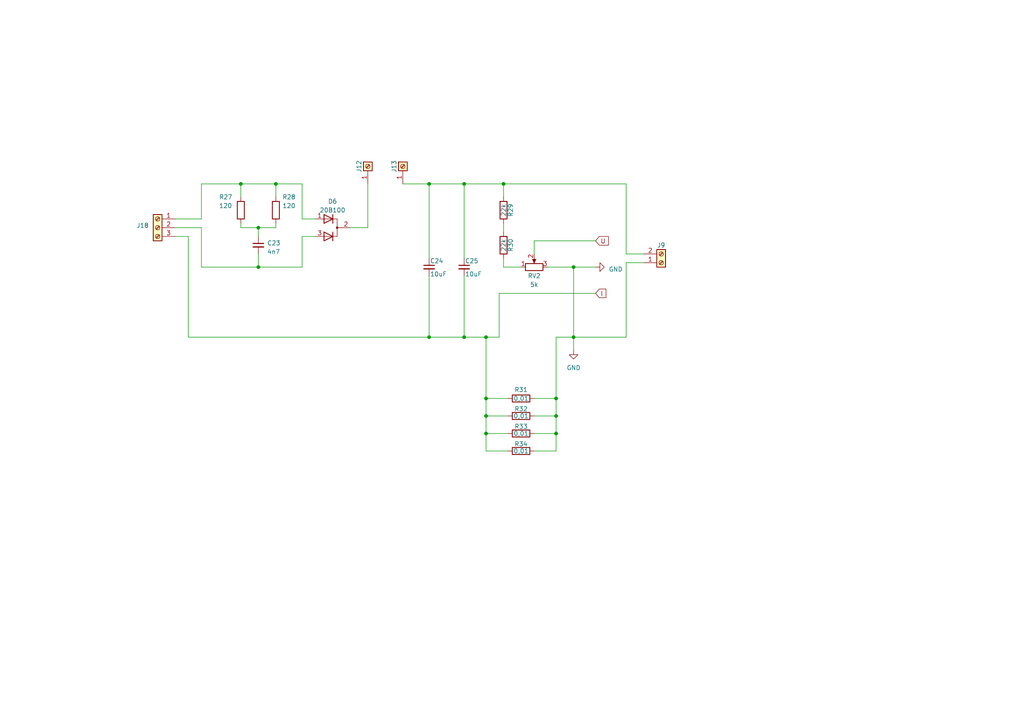
<source format=kicad_sch>
(kicad_sch (version 20230121) (generator eeschema)
  (paper "A4")
  (lib_symbols
    (symbol "Connector:Screw_Terminal_01x01" (pin_names (offset 1.016) hide)
      (property "Reference" "J" (at 0 2.54 0))
      (property "Value" "Screw_Terminal_01x01" (at 0 -2.54 0))
      (symbol "Screw_Terminal_01x01_1_1"
        (rectangle (start -1.27 1.27) (end 1.27 -1.27) (stroke (width 0.254)) (fill (type background)))
        (polyline (pts (xy -0.5334 0.3302) (xy 0.3302 -0.508)) (stroke (width 0.1524)))
        (polyline (pts (xy -0.3556 0.508) (xy 0.508 -0.3302)) (stroke (width 0.1524)))
        (circle (center 0 0) (radius 0.635) (stroke (width 0.1524)))
        (pin passive line (at -5.08 0 0) (length 3.81) (name "Pin_1") (number "1"))
      )
    )
    (symbol "Connector:Screw_Terminal_01x02" (pin_names (offset 1.016) hide)
      (property "Reference" "J" (at 0 2.54 0))
      (property "Value" "Screw_Terminal_01x02" (at 0 -5.08 0))
      (symbol "Screw_Terminal_01x02_1_1"
        (rectangle (start -1.27 1.27) (end 1.27 -3.81) (stroke (width 0.254)) (fill (type background)))
        (circle (center 0 -2.54) (radius 0.635) (stroke (width 0.1524)))
        (polyline (pts (xy -0.5334 -2.2098) (xy 0.3302 -3.048)) (stroke (width 0.1524)))
        (polyline (pts (xy -0.5334 0.3302) (xy 0.3302 -0.508)) (stroke (width 0.1524)))
        (polyline (pts (xy -0.3556 -2.032) (xy 0.508 -2.8702)) (stroke (width 0.1524)))
        (polyline (pts (xy -0.3556 0.508) (xy 0.508 -0.3302)) (stroke (width 0.1524)))
        (circle (center 0 0) (radius 0.635) (stroke (width 0.1524)))
        (pin passive line (at -5.08 0 0) (length 3.81) (name "Pin_1") (number "1"))
        (pin passive line (at -5.08 -2.54 0) (length 3.81) (name "Pin_2") (number "2"))
      )
    )
    (symbol "Connector:Screw_Terminal_01x03" (pin_names (offset 1.016) hide)
      (property "Reference" "J" (at 0 5.08 0))
      (property "Value" "Screw_Terminal_01x03" (at 0 -5.08 0))
      (symbol "Screw_Terminal_01x03_1_1"
        (rectangle (start -1.27 3.81) (end 1.27 -3.81) (stroke (width 0.254)) (fill (type background)))
        (circle (center 0 -2.54) (radius 0.635) (stroke (width 0.1524)))
        (polyline (pts (xy -0.5334 -2.2098) (xy 0.3302 -3.048)) (stroke (width 0.1524)))
        (polyline (pts (xy -0.5334 0.3302) (xy 0.3302 -0.508)) (stroke (width 0.1524)))
        (polyline (pts (xy -0.5334 2.8702) (xy 0.3302 2.032)) (stroke (width 0.1524)))
        (polyline (pts (xy -0.3556 -2.032) (xy 0.508 -2.8702)) (stroke (width 0.1524)))
        (polyline (pts (xy -0.3556 0.508) (xy 0.508 -0.3302)) (stroke (width 0.1524)))
        (polyline (pts (xy -0.3556 3.048) (xy 0.508 2.2098)) (stroke (width 0.1524)))
        (circle (center 0 0) (radius 0.635) (stroke (width 0.1524)))
        (circle (center 0 2.54) (radius 0.635) (stroke (width 0.1524)))
        (pin passive line (at -5.08 2.54 0) (length 3.81) (name "Pin_1") (number "1"))
        (pin passive line (at -5.08 0 0) (length 3.81) (name "Pin_2") (number "2"))
        (pin passive line (at -5.08 -2.54 0) (length 3.81) (name "Pin_3") (number "3"))
      )
    )
    (symbol "Device:C_Small" (pin_numbers hide) (pin_names (offset 0.254) hide)
      (property "Reference" "C" (at 0.254 1.778 0))
      (property "Value" "C_Small" (at 0.254 -2.032 0))
      (symbol "C_Small_0_1"
        (polyline (pts (xy -1.524 -0.508) (xy 1.524 -0.508)) (stroke (width 0.3302)))
        (polyline (pts (xy -1.524 0.508) (xy 1.524 0.508)) (stroke (width 0.3048)))
      )
      (symbol "C_Small_1_1"
        (pin passive line (at 0 2.54 270) (length 2.032) (name "~") (number "1"))
        (pin passive line (at 0 -2.54 90) (length 2.032) (name "~") (number "2"))
      )
    )
    (symbol "Device:D_Dual_CommonCathode_AKA_Parallel" (pin_names (offset 0.762) hide)
      (property "Reference" "D" (at 0 5.08 0))
      (property "Value" "D_Dual_CommonCathode_AKA_Parallel" (at 0 -5.08 0))
      (symbol "D_Dual_CommonCathode_AKA_Parallel_0_0"
        (polyline (pts (xy 0 -1.27) (xy 0 -3.81)) (stroke (width 0.254)))
        (polyline (pts (xy 0 3.81) (xy 0 1.27)) (stroke (width 0.254)))
      )
      (symbol "D_Dual_CommonCathode_AKA_Parallel_0_1"
        (polyline (pts (xy 1.27 0) (xy 2.54 0)))
        (polyline (pts (xy -2.54 -2.54) (xy 1.27 -2.54) (xy 1.27 2.54) (xy -2.54 2.54)))
        (polyline (pts (xy -2.54 -1.27) (xy 0 -2.54) (xy -2.54 -3.81) (xy -2.54 -1.27) (xy -2.54 -1.27) (xy -2.54 -1.27)) (stroke (width 0.254)))
        (polyline (pts (xy -2.54 3.81) (xy 0 2.54) (xy -2.54 1.27) (xy -2.54 3.81) (xy -2.54 3.81) (xy -2.54 3.81)) (stroke (width 0.254)))
        (circle (center 1.27 0) (radius 0.254) (fill (type outline)))
        (pin passive line (at -5.08 2.54 0) (length 2.54) (name "K") (number "1"))
        (pin passive line (at 5.08 0 180) (length 2.54) (name "A") (number "2"))
        (pin passive line (at -5.08 -2.54 0) (length 2.54) (name "K") (number "3"))
      )
    )
    (symbol "Device:R" (pin_numbers hide) (pin_names (offset 0))
      (property "Reference" "R" (at 2.032 0 90))
      (property "Value" "R" (at 0 0 90))
      (symbol "R_0_1"
        (rectangle (start -1.016 -2.54) (end 1.016 2.54) (stroke (width 0.254)))
      )
      (symbol "R_1_1"
        (pin passive line (at 0 3.81 270) (length 1.27) (name "~") (number "1"))
        (pin passive line (at 0 -3.81 90) (length 1.27) (name "~") (number "2"))
      )
    )
    (symbol "Device:R_Potentiometer" (pin_names (offset 1.016) hide)
      (property "Reference" "RV" (at -4.445 0 90))
      (property "Value" "R_Potentiometer" (at -2.54 0 90))
      (symbol "R_Potentiometer_0_1"
        (polyline (pts (xy 2.54 0) (xy 1.524 0)))
        (polyline (pts (xy 1.143 0) (xy 2.286 0.508) (xy 2.286 -0.508) (xy 1.143 0)) (fill (type outline)))
        (rectangle (start 1.016 2.54) (end -1.016 -2.54) (stroke (width 0.254)))
      )
      (symbol "R_Potentiometer_1_1"
        (pin passive line (at 0 3.81 270) (length 1.27) (name "1") (number "1"))
        (pin passive line (at 3.81 0 180) (length 1.27) (name "2") (number "2"))
        (pin passive line (at 0 -3.81 90) (length 1.27) (name "3") (number "3"))
      )
    )
    (symbol "power:GND" (power) (pin_names (offset 0))
      (property "Value" "GND" (at 0 -3.81 0))
      (symbol "GND_0_1"
        (polyline (pts (xy 0 0) (xy 0 -1.27) (xy 1.27 -1.27) (xy 0 -2.54) (xy -1.27 -1.27) (xy 0 -1.27)))
      )
      (symbol "GND_1_1"
        (pin power_in line (at 0 0 270) (length 0) hide (name "GND") (number "1"))
      )
    )
  )
  (junction (at 161.29 120.65))
  (junction (at 140.97 125.73))
  (junction (at 146.05 53.34))
  (junction (at 161.29 115.57))
  (junction (at 134.62 97.79))
  (junction (at 161.29 125.73))
  (junction (at 124.46 97.79))
  (junction (at 134.62 53.34))
  (junction (at 166.37 77.47))
  (junction (at 74.93 77.47))
  (junction (at 140.97 97.79))
  (junction (at 80.01 53.34))
  (junction (at 166.37 97.79))
  (junction (at 69.85 53.34))
  (junction (at 74.93 66.04))
  (junction (at 140.97 120.65))
  (junction (at 140.97 115.57))
  (junction (at 124.46 53.34))
  (wire (pts (xy 154.94 130.81) (xy 161.29 130.81)))
  (wire (pts (xy 140.97 130.81) (xy 147.32 130.81)))
  (wire (pts (xy 58.42 77.47) (xy 58.42 66.04)))
  (wire (pts (xy 161.29 97.79) (xy 166.37 97.79)))
  (wire (pts (xy 144.78 85.09) (xy 172.72 85.09)))
  (wire (pts (xy 161.29 130.81) (xy 161.29 125.73)))
  (wire (pts (xy 134.62 53.34) (xy 134.62 74.93)))
  (wire (pts (xy 166.37 77.47) (xy 172.72 77.47)))
  (wire (pts (xy 80.01 53.34) (xy 87.63 53.34)))
  (wire (pts (xy 146.05 64.77) (xy 146.05 67.31)))
  (wire (pts (xy 140.97 125.73) (xy 140.97 130.81)))
  (wire (pts (xy 54.61 68.58) (xy 50.8 68.58)))
  (wire (pts (xy 87.63 63.5) (xy 91.44 63.5)))
  (wire (pts (xy 74.93 77.47) (xy 74.93 73.66)))
  (wire (pts (xy 80.01 66.04) (xy 80.01 64.77)))
  (wire (pts (xy 181.61 73.66) (xy 186.69 73.66)))
  (wire (pts (xy 134.62 53.34) (xy 146.05 53.34)))
  (wire (pts (xy 134.62 97.79) (xy 140.97 97.79)))
  (wire (pts (xy 124.46 53.34) (xy 134.62 53.34)))
  (wire (pts (xy 69.85 66.04) (xy 74.93 66.04)))
  (wire (pts (xy 74.93 77.47) (xy 87.63 77.47)))
  (wire (pts (xy 124.46 53.34) (xy 124.46 74.93)))
  (wire (pts (xy 69.85 53.34) (xy 80.01 53.34)))
  (wire (pts (xy 144.78 97.79) (xy 144.78 85.09)))
  (wire (pts (xy 140.97 120.65) (xy 140.97 125.73)))
  (wire (pts (xy 140.97 97.79) (xy 140.97 115.57)))
  (wire (pts (xy 146.05 53.34) (xy 146.05 57.15)))
  (wire (pts (xy 74.93 66.04) (xy 80.01 66.04)))
  (wire (pts (xy 161.29 125.73) (xy 161.29 120.65)))
  (wire (pts (xy 140.97 115.57) (xy 140.97 120.65)))
  (wire (pts (xy 58.42 66.04) (xy 50.8 66.04)))
  (wire (pts (xy 116.84 53.34) (xy 124.46 53.34)))
  (wire (pts (xy 124.46 97.79) (xy 134.62 97.79)))
  (wire (pts (xy 140.97 120.65) (xy 147.32 120.65)))
  (wire (pts (xy 69.85 64.77) (xy 69.85 66.04)))
  (wire (pts (xy 158.75 77.47) (xy 166.37 77.47)))
  (wire (pts (xy 146.05 74.93) (xy 146.05 77.47)))
  (wire (pts (xy 58.42 63.5) (xy 50.8 63.5)))
  (wire (pts (xy 154.94 115.57) (xy 161.29 115.57)))
  (wire (pts (xy 181.61 53.34) (xy 181.61 73.66)))
  (wire (pts (xy 80.01 53.34) (xy 80.01 57.15)))
  (wire (pts (xy 166.37 97.79) (xy 181.61 97.79)))
  (wire (pts (xy 166.37 97.79) (xy 166.37 101.6)))
  (wire (pts (xy 140.97 115.57) (xy 147.32 115.57)))
  (wire (pts (xy 134.62 97.79) (xy 134.62 80.01)))
  (wire (pts (xy 87.63 77.47) (xy 87.63 68.58)))
  (wire (pts (xy 87.63 68.58) (xy 91.44 68.58)))
  (wire (pts (xy 54.61 97.79) (xy 54.61 68.58)))
  (wire (pts (xy 181.61 76.2) (xy 186.69 76.2)))
  (wire (pts (xy 58.42 77.47) (xy 74.93 77.47)))
  (wire (pts (xy 166.37 77.47) (xy 166.37 97.79)))
  (wire (pts (xy 146.05 77.47) (xy 151.13 77.47)))
  (wire (pts (xy 181.61 97.79) (xy 181.61 76.2)))
  (wire (pts (xy 54.61 97.79) (xy 124.46 97.79)))
  (wire (pts (xy 140.97 125.73) (xy 147.32 125.73)))
  (wire (pts (xy 154.94 125.73) (xy 161.29 125.73)))
  (wire (pts (xy 69.85 53.34) (xy 69.85 57.15)))
  (wire (pts (xy 106.68 66.04) (xy 106.68 53.34)))
  (wire (pts (xy 58.42 53.34) (xy 58.42 63.5)))
  (wire (pts (xy 87.63 53.34) (xy 87.63 63.5)))
  (wire (pts (xy 140.97 97.79) (xy 144.78 97.79)))
  (wire (pts (xy 161.29 120.65) (xy 161.29 115.57)))
  (wire (pts (xy 58.42 53.34) (xy 69.85 53.34)))
  (wire (pts (xy 74.93 66.04) (xy 74.93 68.58)))
  (wire (pts (xy 154.94 69.85) (xy 172.72 69.85)))
  (wire (pts (xy 101.6 66.04) (xy 106.68 66.04)))
  (wire (pts (xy 161.29 115.57) (xy 161.29 97.79)))
  (wire (pts (xy 154.94 73.66) (xy 154.94 69.85)))
  (wire (pts (xy 146.05 53.34) (xy 181.61 53.34)))
  (wire (pts (xy 154.94 120.65) (xy 161.29 120.65)))
  (wire (pts (xy 124.46 97.79) (xy 124.46 80.01)))
  (global_label "U" (shape input) (at 172.72 69.85 0) (property "Intersheetrefs" "${INTERSHEET_REFS}" (effects hide)))
  (global_label "I" (shape input) (at 172.72 85.09 0) (property "Intersheetrefs" "${INTERSHEET_REFS}" (effects hide)))
  (symbol (lib_id "Device:R") (at 69.85 60.96 0) (unit 1)
    (property "Reference" "R27" (at 63.5 57.15 0) (effects (justify left)))
    (property "Value" "120" (at 63.5 59.69 0) (effects (justify left)))
    (property "Footprint" "Resistor_THT:R_Axial_DIN0516_L15.5mm_D5.0mm_P20.32mm_Horizontal" (effects hide))
    (property "MFR.Part" "RSS3W120RJT76" (effects hide))
    (property "Description" "120Ω 3W ±5% - Through Hole Resistors ROHS" (effects hide))
    (property "LCSC" "C5200479" (effects hide))
    (property "Mounting" "Yes" (effects hide))
  )
  (symbol (lib_id "Connector:Screw_Terminal_01x02") (at 191.77 76.2 0) (mirror x) (unit 1)
    (property "Reference" "J9" (at 191.77 71.12 0))
    (property "Value" "Screw_Terminal_01x02" (effects hide))
    (property "Footprint" "Z_connectors:Klema2" (effects hide))
    (property "Mounting" "No" (effects hide))
  )
  (symbol (lib_id "Device:R") (at 80.01 60.96 0) (unit 1)
    (property "Reference" "R28" (at 83.82 57.15 0))
    (property "Value" "120" (at 83.82 59.69 0))
    (property "Footprint" "Resistor_THT:R_Axial_DIN0516_L15.5mm_D5.0mm_P20.32mm_Horizontal" (effects hide))
    (property "MFR.Part" "RSS3W120RJT76" (effects hide))
    (property "Description" "120Ω 3W ±5% - Through Hole Resistors ROHS" (effects hide))
    (property "LCSC" "C5200479" (effects hide))
    (property "Mounting" "Yes" (effects hide))
  )
  (symbol (lib_id "Device:C_Small") (at 134.62 77.47 0) (unit 1)
    (property "Reference" "C25" (at 134.874 75.692 0) (effects (justify left)))
    (property "Value" "10uF" (at 134.874 79.502 0) (effects (justify left)))
    (property "Footprint" "Capacitor_THT:C_Rect_L31.5mm_W15.0mm_P27.50mm_MKS4" (effects hide))
    (property "MFR.Part" "KP106J2E2701" (effects hide))
    (property "Description" "10uF ±5% 250V Plugin,P=27.5mm Polypropylene Film Capacitors (CBB) ROHS" (effects hide))
    (property "LCSC" "C5116053" (effects hide))
    (property "Mounting" "Yes" (effects hide))
  )
  (symbol (lib_id "Device:R_Potentiometer") (at 154.94 77.47 90) (unit 1)
    (property "Reference" "RV2" (at 154.94 80.01 90))
    (property "Value" "5k" (at 154.94 82.55 90))
    (property "Footprint" "Potentiometer_THT:Potentiometer_Bourns_3296W_Vertical" (effects hide))
    (property "MFR.Part" "3296W-1-502" (effects hide))
    (property "Description" "±10% 5kΩ Plugin Variable Resistors/Potentiometers ROHS" (effects hide))
    (property "LCSC" "C118907" (effects hide))
    (property "Mounting" "Yes" (effects hide))
  )
  (symbol (lib_id "Device:C_Small") (at 124.46 77.47 0) (unit 1)
    (property "Reference" "C24" (at 124.714 75.692 0) (effects (justify left)))
    (property "Value" "10uF" (at 124.714 79.502 0) (effects (justify left)))
    (property "Footprint" "Capacitor_THT:C_Rect_L31.5mm_W15.0mm_P27.50mm_MKS4" (effects hide))
    (property "MFR.Part" "KP106J2E2701" (effects hide))
    (property "Description" "10uF ±5% 250V Plugin,P=27.5mm Polypropylene Film Capacitors (CBB) ROHS" (effects hide))
    (property "LCSC" "C5116053" (effects hide))
    (property "Mounting" "Yes" (effects hide))
  )
  (symbol (lib_id "Device:R") (at 151.13 120.65 90) (unit 1)
    (property "Reference" "R32" (at 151.13 118.618 90))
    (property "Value" "0,01" (at 151.13 120.65 90))
    (property "Footprint" "Resistor_SMD:R_2816_7142Metric" (effects hide))
    (property "MFR.Part" "WSL2816R0100FEH" (effects hide))
    (property "Description" "2W ±75ppm/℃ ±1% 10mΩ 2816 Chip Resistor - Surface Mount ROHS" (effects hide))
    (property "LCSC" "C843884" (effects hide))
    (property "Mounting" "Yes" (effects hide))
  )
  (symbol (lib_id "Device:R") (at 146.05 71.12 0) (unit 1)
    (property "Reference" "R30" (at 148.082 71.12 90))
    (property "Value" "22k" (at 146.05 71.12 90))
    (property "Footprint" "Resistor_SMD:R_1206_3216Metric" (effects hide))
    (property "MFR.Part" "AC1206JR-0722KL" (effects hide))
    (property "Description" "250mW Thick Film Resistors ±100ppm/℃ ±5% 22kΩ 1206 Chip Resistor - Surface Mount ROHS" (effects hide))
    (property "LCSC" "C229910" (effects hide))
    (property "Mounting" "Yes" (effects hide))
  )
  (symbol (lib_id "Device:R") (at 151.13 130.81 90) (unit 1)
    (property "Reference" "R34" (at 151.13 128.778 90))
    (property "Value" "0,01" (at 151.13 130.81 90))
    (property "Footprint" "Resistor_SMD:R_2816_7142Metric" (effects hide))
    (property "MFR.Part" "WSL2816R0100FEH" (effects hide))
    (property "Description" "2W ±75ppm/℃ ±1% 10mΩ 2816 Chip Resistor - Surface Mount ROHS" (effects hide))
    (property "LCSC" "C843884" (effects hide))
    (property "Mounting" "Yes" (effects hide))
  )
  (symbol (lib_id "Device:R") (at 146.05 60.96 0) (unit 1)
    (property "Reference" "R29" (at 148.082 60.96 90))
    (property "Value" "22k" (at 146.05 60.96 90))
    (property "Footprint" "Resistor_SMD:R_1206_3216Metric" (effects hide))
    (property "MFR.Part" "AC1206JR-0722KL" (effects hide))
    (property "Description" "250mW Thick Film Resistors ±100ppm/℃ ±5% 22kΩ 1206 Chip Resistor - Surface Mount ROHS" (effects hide))
    (property "LCSC" "C229910" (effects hide))
    (property "Mounting" "Yes" (effects hide))
  )
  (symbol (lib_id "Device:D_Dual_CommonCathode_AKA_Parallel") (at 96.52 66.04 0) (unit 1)
    (property "Reference" "D6" (at 96.4565 58.42 0))
    (property "Value" "20B100" (at 96.4565 60.96 0))
    (property "Footprint" "Package_TO_SOT_THT:TO-247-3_Horizontal_TabUp" (effects hide))
    (property "MFR.Part" "MBRF20100CT" (effects hide))
    (property "Description" "Dual Common Cathode 830mV@20A 100V 10A TO-220F-3 Schottky Barrier Diodes (SBD) ROHS" (effects hide))
    (property "LCSC" "C916352" (effects hide))
    (property "Mounting" "No" (effects hide))
  )
  (symbol (lib_id "Device:C_Small") (at 74.93 71.12 0) (unit 1)
    (property "Reference" "C23" (at 77.47 70.4913 0) (effects (justify left)))
    (property "Value" "4n7" (at 77.47 73.0313 0) (effects (justify left)))
    (property "Footprint" "Capacitor_THT:C_Rect_L11.5mm_W5.2mm_P10.00mm_MKT" (effects hide))
    (property "MFR.Part" "MPP472J2J10AJ22610" (effects hide))
    (property "Description" "4.7nF ±5% 630V Plugin,P=10mm Polypropylene Film Capacitors (CBB) ROHS" (effects hide))
    (property "LCSC" "C506828" (effects hide))
    (property "Mounting" "Yes" (effects hide))
  )
  (symbol (lib_id "Connector:Screw_Terminal_01x01") (at 116.84 48.26 90) (unit 1)
    (property "Reference" "J13" (at 114.3 48.26 0))
    (property "Value" "Screw_Terminal_01x01" (effects hide))
    (property "Footprint" "Z_pin:PinD3mm" (effects hide))
    (property "Mounting" "No" (effects hide))
  )
  (symbol (lib_id "power:GND") (at 166.37 101.6 0) (unit 1)
    (property "Reference" "#PWR038" (effects hide))
    (property "Value" "GND" (at 166.37 106.68 0))
  )
  (symbol (lib_id "Device:R") (at 151.13 115.57 90) (unit 1)
    (property "Reference" "R31" (at 151.13 113.03 90))
    (property "Value" "0,01" (at 151.13 115.57 90))
    (property "Footprint" "Resistor_SMD:R_2816_7142Metric" (effects hide))
    (property "MFR.Part" "WSL2816R0100FEH" (effects hide))
    (property "Description" "2W ±75ppm/℃ ±1% 10mΩ 2816 Chip Resistor - Surface Mount ROHS" (effects hide))
    (property "LCSC" "C843884" (effects hide))
    (property "Mounting" "Yes" (effects hide))
  )
  (symbol (lib_id "Device:R") (at 151.13 125.73 90) (unit 1)
    (property "Reference" "R33" (at 151.13 123.698 90))
    (property "Value" "0,01" (at 151.13 125.73 90))
    (property "Footprint" "Resistor_SMD:R_2816_7142Metric" (effects hide))
    (property "MFR.Part" "WSL2816R0100FEH" (effects hide))
    (property "Description" "2W ±75ppm/℃ ±1% 10mΩ 2816 Chip Resistor - Surface Mount ROHS" (effects hide))
    (property "LCSC" "C843884" (effects hide))
    (property "Mounting" "Yes" (effects hide))
  )
  (symbol (lib_id "power:GND") (at 172.72 77.47 90) (unit 1)
    (property "Reference" "#PWR039" (effects hide))
    (property "Value" "GND" (at 176.53 78.105 90) (effects (justify right)))
  )
  (symbol (lib_id "Connector:Screw_Terminal_01x01") (at 106.68 48.26 90) (unit 1)
    (property "Reference" "J12" (at 104.14 48.26 0))
    (property "Value" "Screw_Terminal_01x01" (effects hide))
    (property "Footprint" "Z_pin:PinD3mm" (effects hide))
    (property "Mounting" "No" (effects hide))
  )
  (symbol (lib_id "Connector:Screw_Terminal_01x03") (at 45.72 66.04 0) (mirror y) (unit 1)
    (property "Reference" "J18" (at 43.18 65.405 0) (effects (justify left)))
    (property "Value" "Screw_Terminal_01x03" (effects hide))
    (property "Footprint" "Z_connectors:Klema3" (effects hide))
    (property "Mounting" "No" (effects hide))
  )
)
</source>
